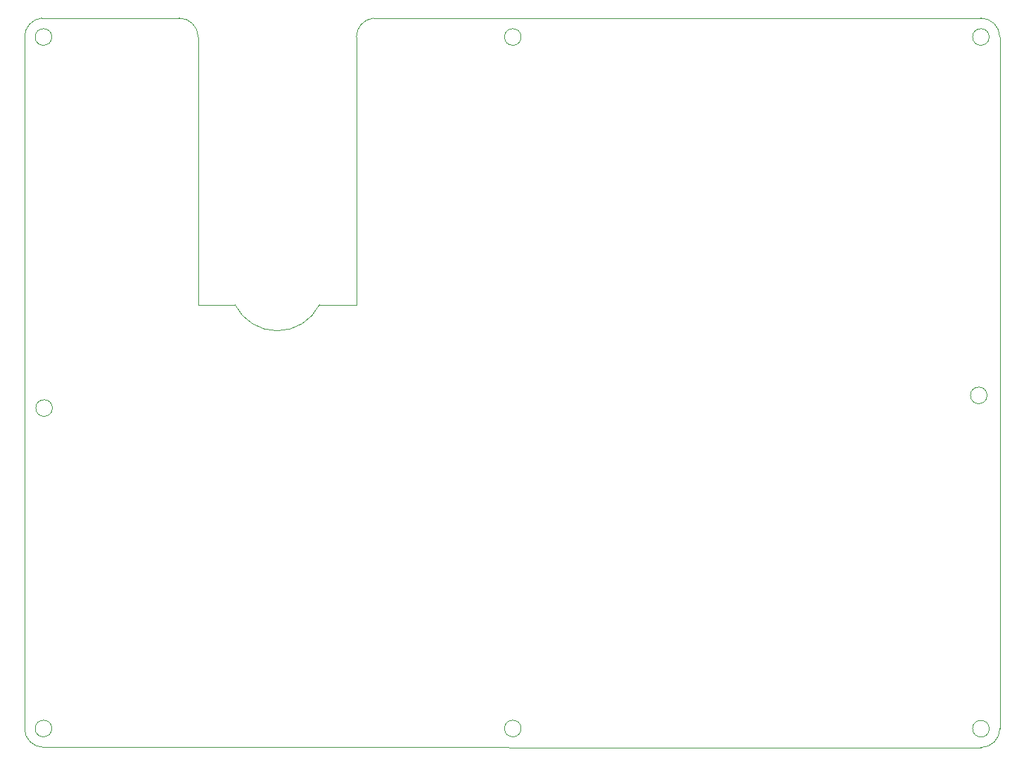
<source format=gbr>
G04 #@! TF.GenerationSoftware,KiCad,Pcbnew,5.1.9*
G04 #@! TF.CreationDate,2021-01-07T06:38:00-06:00*
G04 #@! TF.ProjectId,halfboard-bottom,68616c66-626f-4617-9264-2d626f74746f,rev?*
G04 #@! TF.SameCoordinates,Original*
G04 #@! TF.FileFunction,Profile,NP*
%FSLAX46Y46*%
G04 Gerber Fmt 4.6, Leading zero omitted, Abs format (unit mm)*
G04 Created by KiCad (PCBNEW 5.1.9) date 2021-01-07 06:38:00*
%MOMM*%
%LPD*%
G01*
G04 APERTURE LIST*
G04 #@! TA.AperFunction,Profile*
%ADD10C,0.050000*%
G04 #@! TD*
G04 APERTURE END LIST*
D10*
X64770000Y-83820000D02*
X69215000Y-83820000D01*
X79375000Y-83820000D02*
G75*
G02*
X69215000Y-83820000I-5080000J2540000D01*
G01*
X103650000Y-51562000D02*
G75*
G03*
X103650000Y-51562000I-1000000J0D01*
G01*
X83819999Y-51565161D02*
G75*
G02*
X85852043Y-49290110I2286043J3161D01*
G01*
X158990020Y-49290110D02*
X85852043Y-49290110D01*
X62482206Y-49290122D02*
G75*
G02*
X64770000Y-51562000I15861J-2271878D01*
G01*
X83820000Y-83820000D02*
X83820000Y-51565161D01*
X79375000Y-83820000D02*
X83820000Y-83820000D01*
X64770000Y-51562000D02*
X64770000Y-83820000D01*
X159750000Y-94742000D02*
G75*
G03*
X159750000Y-94742000I-1000000J0D01*
G01*
X46167795Y-137143910D02*
X158992054Y-137168666D01*
X161277967Y-134896777D02*
X161275933Y-51561999D01*
X62482206Y-49290122D02*
X45926068Y-49276002D01*
X43880000Y-51562001D02*
X43880000Y-134872033D01*
X43880000Y-51562001D02*
G75*
G02*
X45926068Y-49276002I2300067J0D01*
G01*
X158990020Y-49290110D02*
G75*
G02*
X161275933Y-51561999I13980J-2271890D01*
G01*
X158992054Y-137168666D02*
G75*
G03*
X161277967Y-134896777I13980J2271890D01*
G01*
X46167795Y-137143910D02*
G75*
G02*
X43880000Y-134872033I-15862J2271878D01*
G01*
X160004000Y-51562000D02*
G75*
G03*
X160004000Y-51562000I-1000000J0D01*
G01*
X47151933Y-51562001D02*
G75*
G03*
X47151933Y-51562001I-1000000J0D01*
G01*
X47228000Y-96266000D02*
G75*
G03*
X47228000Y-96266000I-1000000J0D01*
G01*
X103651426Y-134872032D02*
G75*
G03*
X103651426Y-134872032I-1000000J0D01*
G01*
X160004000Y-134896776D02*
G75*
G03*
X160004000Y-134896776I-1000000J0D01*
G01*
X47151933Y-134872032D02*
G75*
G03*
X47151933Y-134872032I-1000000J0D01*
G01*
M02*

</source>
